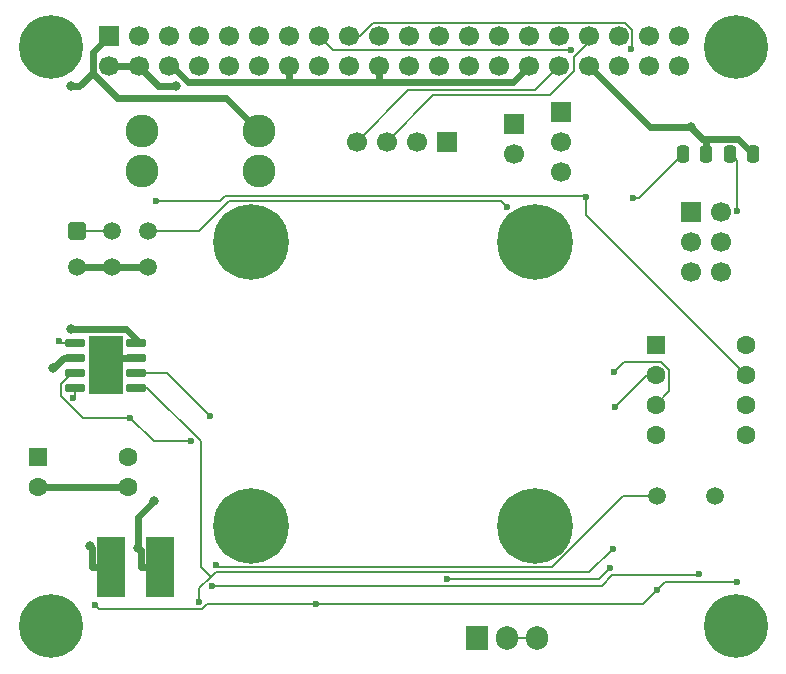
<source format=gtl>
%TF.GenerationSoftware,KiCad,Pcbnew,9.0.7*%
%TF.CreationDate,2026-02-04T17:23:19-06:00*%
%TF.ProjectId,power-hat,706f7765-722d-4686-9174-2e6b69636164,rev?*%
%TF.SameCoordinates,Original*%
%TF.FileFunction,Copper,L1,Top*%
%TF.FilePolarity,Positive*%
%FSLAX46Y46*%
G04 Gerber Fmt 4.6, Leading zero omitted, Abs format (unit mm)*
G04 Created by KiCad (PCBNEW 9.0.7) date 2026-02-04 17:23:19*
%MOMM*%
%LPD*%
G01*
G04 APERTURE LIST*
G04 Aperture macros list*
%AMRoundRect*
0 Rectangle with rounded corners*
0 $1 Rounding radius*
0 $2 $3 $4 $5 $6 $7 $8 $9 X,Y pos of 4 corners*
0 Add a 4 corners polygon primitive as box body*
4,1,4,$2,$3,$4,$5,$6,$7,$8,$9,$2,$3,0*
0 Add four circle primitives for the rounded corners*
1,1,$1+$1,$2,$3*
1,1,$1+$1,$4,$5*
1,1,$1+$1,$6,$7*
1,1,$1+$1,$8,$9*
0 Add four rect primitives between the rounded corners*
20,1,$1+$1,$2,$3,$4,$5,0*
20,1,$1+$1,$4,$5,$6,$7,0*
20,1,$1+$1,$6,$7,$8,$9,0*
20,1,$1+$1,$8,$9,$2,$3,0*%
G04 Aperture macros list end*
%TA.AperFunction,SMDPad,CuDef*%
%ADD10RoundRect,0.150000X-0.737500X-0.150000X0.737500X-0.150000X0.737500X0.150000X-0.737500X0.150000X0*%
%TD*%
%TA.AperFunction,HeatsinkPad*%
%ADD11C,0.500000*%
%TD*%
%TA.AperFunction,HeatsinkPad*%
%ADD12R,2.950000X4.900000*%
%TD*%
%TA.AperFunction,ComponentPad*%
%ADD13C,5.400000*%
%TD*%
%TA.AperFunction,ComponentPad*%
%ADD14R,1.700000X1.700000*%
%TD*%
%TA.AperFunction,ComponentPad*%
%ADD15C,1.700000*%
%TD*%
%TA.AperFunction,SMDPad,CuDef*%
%ADD16R,2.350000X5.100000*%
%TD*%
%TA.AperFunction,SMDPad,CuDef*%
%ADD17RoundRect,0.250000X-0.250000X-0.475000X0.250000X-0.475000X0.250000X0.475000X-0.250000X0.475000X0*%
%TD*%
%TA.AperFunction,ComponentPad*%
%ADD18C,6.400000*%
%TD*%
%TA.AperFunction,ComponentPad*%
%ADD19C,1.500000*%
%TD*%
%TA.AperFunction,ComponentPad*%
%ADD20C,2.780000*%
%TD*%
%TA.AperFunction,ComponentPad*%
%ADD21R,1.905000X2.000000*%
%TD*%
%TA.AperFunction,ComponentPad*%
%ADD22O,1.905000X2.000000*%
%TD*%
%TA.AperFunction,ComponentPad*%
%ADD23RoundRect,0.250000X-0.550000X-0.550000X0.550000X-0.550000X0.550000X0.550000X-0.550000X0.550000X0*%
%TD*%
%TA.AperFunction,ComponentPad*%
%ADD24C,1.600000*%
%TD*%
%TA.AperFunction,ComponentPad*%
%ADD25RoundRect,0.250001X-0.499999X-0.499999X0.499999X-0.499999X0.499999X0.499999X-0.499999X0.499999X0*%
%TD*%
%TA.AperFunction,ViaPad*%
%ADD26C,0.800000*%
%TD*%
%TA.AperFunction,ViaPad*%
%ADD27C,0.600000*%
%TD*%
%TA.AperFunction,Conductor*%
%ADD28C,0.600000*%
%TD*%
%TA.AperFunction,Conductor*%
%ADD29C,0.200000*%
%TD*%
G04 APERTURE END LIST*
D10*
%TO.P,U1,1,BOOT*%
%TO.N,/U1_BOOT*%
X101375000Y-82500000D03*
%TO.P,U1,2,VIN*%
%TO.N,12V_FUSED*%
X101375000Y-83770000D03*
%TO.P,U1,3,EN*%
%TO.N,12V_IGN*%
X101375000Y-85040000D03*
%TO.P,U1,4,RT/CLK*%
%TO.N,/RT_CLK*%
X101375000Y-86310000D03*
%TO.P,U1,5,FB*%
%TO.N,/U1_FB*%
X106500000Y-86310000D03*
%TO.P,U1,6,COMP*%
%TO.N,/U1_COMP*%
X106500000Y-85040000D03*
%TO.P,U1,7,GND*%
%TO.N,GND*%
X106500000Y-83770000D03*
%TO.P,U1,8,SW*%
%TO.N,/U1_SW*%
X106500000Y-82500000D03*
D11*
%TO.P,U1,9,GND*%
%TO.N,GND*%
X103287500Y-83105000D03*
X103287500Y-84405000D03*
X103287500Y-85705000D03*
D12*
X103937500Y-84405000D03*
D11*
X104587500Y-83105000D03*
X104587500Y-84405000D03*
X104587500Y-85705000D03*
%TD*%
D13*
%TO.P,H1,1*%
%TO.N,N/C*%
X99280000Y-57500000D03*
%TD*%
%TO.P,H2,1*%
%TO.N,N/C*%
X157280000Y-57500000D03*
%TD*%
D14*
%TO.P,J3,1,Pin_1*%
%TO.N,unconnected-(J3-Pin_1-Pad1)*%
X153500000Y-71420000D03*
D15*
%TO.P,J3,2,Pin_2*%
%TO.N,unconnected-(J3-Pin_2-Pad2)*%
X156040000Y-71420000D03*
%TO.P,J3,3,Pin_3*%
%TO.N,unconnected-(J3-Pin_3-Pad3)*%
X153500000Y-73960000D03*
%TO.P,J3,4,Pin_4*%
%TO.N,unconnected-(J3-Pin_4-Pad4)*%
X156040000Y-73960000D03*
%TO.P,J3,5,Pin_5*%
%TO.N,unconnected-(J3-Pin_5-Pad5)*%
X153500000Y-76500000D03*
%TO.P,J3,6,Pin_6*%
%TO.N,unconnected-(J3-Pin_6-Pad6)*%
X156040000Y-76500000D03*
%TD*%
D16*
%TO.P,L1,1,1*%
%TO.N,/U1_SW*%
X104425000Y-101500000D03*
%TO.P,L1,2,2*%
%TO.N,+5V*%
X108575000Y-101500000D03*
%TD*%
D13*
%TO.P,H3,1*%
%TO.N,N/C*%
X99280000Y-106500000D03*
%TD*%
D14*
%TO.P,JP1,1,Pin_1*%
%TO.N,unconnected-(JP1-Pin_1-Pad1)*%
X138500000Y-64000000D03*
D15*
%TO.P,JP1,2,Pin_2*%
%TO.N,unconnected-(JP1-Pin_2-Pad2)*%
X138500000Y-66540000D03*
%TD*%
D17*
%TO.P,C11,1*%
%TO.N,XTAL2*%
X156830000Y-66500000D03*
%TO.P,C11,2*%
%TO.N,GND*%
X158730000Y-66500000D03*
%TD*%
D13*
%TO.P,H4,1*%
%TO.N,N/C*%
X157280000Y-106500000D03*
%TD*%
D18*
%TO.P,FH1,1*%
%TO.N,N/C*%
X116280000Y-74000000D03*
%TD*%
D17*
%TO.P,C10,1*%
%TO.N,XTAL1*%
X152830000Y-66500000D03*
%TO.P,C10,2*%
%TO.N,GND*%
X154730000Y-66500000D03*
%TD*%
D19*
%TO.P,Y1,1,1*%
%TO.N,XTAL1*%
X150620000Y-95500000D03*
%TO.P,Y1,2,2*%
%TO.N,XTAL2*%
X155500000Y-95500000D03*
%TD*%
D18*
%TO.P,FH2,1*%
%TO.N,N/C*%
X140280000Y-74000000D03*
%TD*%
D20*
%TO.P,F1,1*%
%TO.N,12V_IGN*%
X107040000Y-64600000D03*
X107040000Y-68000000D03*
%TO.P,F1,2*%
%TO.N,12V_FUSED*%
X116960000Y-64600000D03*
X116960000Y-68000000D03*
%TD*%
D14*
%TO.P,J2,1,Pin_1*%
%TO.N,12V_FUSED*%
X104209500Y-56567700D03*
D15*
%TO.P,J2,2,Pin_2*%
%TO.N,+5V*%
X104209500Y-59107700D03*
%TO.P,J2,3,Pin_3*%
%TO.N,unconnected-(J2-Pin_3-Pad3)*%
X106749500Y-56567700D03*
%TO.P,J2,4,Pin_4*%
%TO.N,+5V*%
X106749500Y-59107700D03*
%TO.P,J2,5,Pin_5*%
%TO.N,unconnected-(J2-Pin_5-Pad5)*%
X109289500Y-56567700D03*
%TO.P,J2,6,Pin_6*%
%TO.N,GND*%
X109289500Y-59107700D03*
%TO.P,J2,7,Pin_7*%
%TO.N,unconnected-(J2-Pin_7-Pad7)*%
X111829500Y-56567700D03*
%TO.P,J2,8,Pin_8*%
%TO.N,unconnected-(J2-Pin_8-Pad8)*%
X111829500Y-59107700D03*
%TO.P,J2,9,Pin_9*%
%TO.N,GND*%
X114369500Y-56567700D03*
%TO.P,J2,10,Pin_10*%
%TO.N,unconnected-(J2-Pin_10-Pad10)*%
X114369500Y-59107700D03*
%TO.P,J2,11,Pin_11*%
%TO.N,unconnected-(J2-Pin_11-Pad11)*%
X116909500Y-56567700D03*
%TO.P,J2,12,Pin_12*%
%TO.N,unconnected-(J2-Pin_12-Pad12)*%
X116909500Y-59107700D03*
%TO.P,J2,13,Pin_13*%
%TO.N,unconnected-(J2-Pin_13-Pad13)*%
X119449500Y-56567700D03*
%TO.P,J2,14,Pin_14*%
%TO.N,GND*%
X119449500Y-59107700D03*
%TO.P,J2,15,Pin_15*%
%TO.N,SHUTDOWN_REQ*%
X121989500Y-56567700D03*
%TO.P,J2,16,Pin_16*%
%TO.N,unconnected-(J2-Pin_16-Pad16)*%
X121989500Y-59107700D03*
%TO.P,J2,17,Pin_17*%
%TO.N,+3.3V*%
X124529500Y-56567700D03*
%TO.P,J2,18,Pin_18*%
%TO.N,unconnected-(J2-Pin_18-Pad18)*%
X124529500Y-59107700D03*
%TO.P,J2,19,Pin_19*%
%TO.N,unconnected-(J2-Pin_19-Pad19)*%
X127069500Y-56567700D03*
%TO.P,J2,20,Pin_20*%
%TO.N,GND*%
X127069500Y-59107700D03*
%TO.P,J2,21,Pin_21*%
%TO.N,unconnected-(J2-Pin_21-Pad21)*%
X129609500Y-56567700D03*
%TO.P,J2,22,Pin_22*%
%TO.N,unconnected-(J2-Pin_22-Pad22)*%
X129609500Y-59107700D03*
%TO.P,J2,23,Pin_23*%
%TO.N,unconnected-(J2-Pin_23-Pad23)*%
X132149500Y-56567700D03*
%TO.P,J2,24,Pin_24*%
%TO.N,unconnected-(J2-Pin_24-Pad24)*%
X132149500Y-59107700D03*
%TO.P,J2,25,Pin_25*%
%TO.N,GND*%
X134689500Y-56567700D03*
%TO.P,J2,26,Pin_26*%
%TO.N,unconnected-(J2-Pin_26-Pad26)*%
X134689500Y-59107700D03*
%TO.P,J2,27,Pin_27*%
%TO.N,unconnected-(J2-Pin_27-Pad27)*%
X137229500Y-56567700D03*
%TO.P,J2,28,Pin_28*%
%TO.N,unconnected-(J2-Pin_28-Pad28)*%
X137229500Y-59107700D03*
%TO.P,J2,29,Pin_29*%
%TO.N,unconnected-(J2-Pin_29-Pad29)*%
X139769500Y-56567700D03*
%TO.P,J2,30,Pin_30*%
%TO.N,GND*%
X139769500Y-59107700D03*
%TO.P,J2,31,Pin_31*%
%TO.N,unconnected-(J2-Pin_31-Pad31)*%
X142309500Y-56567700D03*
%TO.P,J2,32,Pin_32*%
%TO.N,FAN_PWM*%
X142309500Y-59107700D03*
%TO.P,J2,33,Pin_33*%
%TO.N,FAN_TACH*%
X144849500Y-56567700D03*
%TO.P,J2,34,Pin_34*%
%TO.N,GND*%
X144849500Y-59107700D03*
%TO.P,J2,35,Pin_35*%
%TO.N,unconnected-(J2-Pin_35-Pad35)*%
X147389500Y-56567700D03*
%TO.P,J2,36,Pin_36*%
%TO.N,unconnected-(J2-Pin_36-Pad36)*%
X147389500Y-59107700D03*
%TO.P,J2,37,Pin_37*%
%TO.N,unconnected-(J2-Pin_37-Pad37)*%
X149929500Y-56567700D03*
%TO.P,J2,38,Pin_38*%
%TO.N,unconnected-(J2-Pin_38-Pad38)*%
X149929500Y-59107700D03*
%TO.P,J2,39,Pin_39*%
%TO.N,GND*%
X152469500Y-56567700D03*
%TO.P,J2,40,Pin_40*%
%TO.N,unconnected-(J2-Pin_40-Pad40)*%
X152469500Y-59107700D03*
%TD*%
D18*
%TO.P,FH3,1*%
%TO.N,N/C*%
X116280000Y-98000000D03*
%TD*%
%TO.P,FH4,1*%
%TO.N,N/C*%
X140280000Y-98000000D03*
%TD*%
D14*
%TO.P,JP2,1,Pin_1*%
%TO.N,unconnected-(JP2-Pin_1-Pad1)*%
X142500000Y-63000000D03*
D15*
%TO.P,JP2,2,Pin_2*%
%TO.N,unconnected-(JP2-Pin_2-Pad2)*%
X142500000Y-65540000D03*
%TO.P,JP2,3,Pin_3*%
%TO.N,unconnected-(JP2-Pin_3-Pad3)*%
X142500000Y-68080000D03*
%TD*%
D21*
%TO.P,Q1,1,G*%
%TO.N,/Q1_GATE*%
X135420000Y-107500000D03*
D22*
%TO.P,Q1,2,D*%
%TO.N,12V_SWITCHED*%
X137960000Y-107500000D03*
%TO.P,Q1,3,S*%
X140500000Y-107500000D03*
%TD*%
D14*
%TO.P,J4,1,Pin_1*%
%TO.N,GND*%
X132810000Y-65500000D03*
D15*
%TO.P,J4,2,Pin_2*%
%TO.N,FAN+*%
X130270000Y-65500000D03*
%TO.P,J4,3,Pin_3*%
%TO.N,FAN_TACH*%
X127730000Y-65500000D03*
%TO.P,J4,4,Pin_4*%
%TO.N,FAN_PWM*%
X125190000Y-65500000D03*
%TD*%
D23*
%TO.P,U3,1,~{RESET}/PB5*%
%TO.N,RESET*%
X150500000Y-82690000D03*
D24*
%TO.P,U3,2,XTAL1/PB3*%
%TO.N,GATE_CTRL*%
X150500000Y-85230000D03*
%TO.P,U3,3,XTAL2/PB4*%
%TO.N,SHUTDOWN_REQ*%
X150500000Y-87770000D03*
%TO.P,U3,4,GND*%
%TO.N,GND*%
X150500000Y-90310000D03*
%TO.P,U3,5,AREF/PB0*%
%TO.N,HEARTBEAT_LED*%
X158120000Y-90310000D03*
%TO.P,U3,6,PB1*%
%TO.N,TIMER_LED*%
X158120000Y-87770000D03*
%TO.P,U3,7,PB2*%
%TO.N,IGN_DETECT*%
X158120000Y-85230000D03*
%TO.P,U3,8,VCC*%
%TO.N,+3.3V*%
X158120000Y-82690000D03*
%TD*%
D25*
%TO.P,J1,1,Pin_1*%
%TO.N,12V_IGN*%
X101500000Y-73060000D03*
D19*
%TO.P,J1,2,Pin_2*%
X104500000Y-73060000D03*
%TO.P,J1,3,Pin_3*%
%TO.N,12V_ACC*%
X107500000Y-73060000D03*
%TO.P,J1,4,Pin_4*%
%TO.N,GND*%
X101500000Y-76060000D03*
%TO.P,J1,5,Pin_5*%
X104500000Y-76060000D03*
%TO.P,J1,6,Pin_6*%
X107500000Y-76060000D03*
%TD*%
D23*
%TO.P,U2,1*%
%TO.N,GND*%
X98195000Y-92225000D03*
D24*
%TO.P,U2,2*%
X98195000Y-94765000D03*
%TO.P,U2,3*%
X105815000Y-94765000D03*
%TO.P,U2,4*%
%TO.N,IGN_DETECT*%
X105815000Y-92225000D03*
%TD*%
D26*
%TO.N,GND*%
X153472200Y-64252500D03*
D27*
%TO.N,+3.3V*%
X121737000Y-104670800D03*
X150643600Y-103455100D03*
X157431600Y-102794200D03*
X103050700Y-104729100D03*
X148446300Y-57651000D03*
D26*
%TO.N,+5V*%
X108014100Y-95936100D03*
X109907400Y-60771600D03*
X106699200Y-99882800D03*
D27*
%TO.N,IGN_DETECT*%
X108188600Y-70483100D03*
X144622900Y-70144800D03*
%TO.N,XTAL1*%
X113253500Y-101333600D03*
X148561400Y-70219200D03*
%TO.N,XTAL2*%
X157403900Y-71357600D03*
D26*
%TO.N,12V_FUSED*%
X101041700Y-60815500D03*
X99516500Y-84641200D03*
D27*
%TO.N,/U1_BOOT*%
X99975500Y-82405300D03*
D26*
%TO.N,/U1_SW*%
X102626400Y-99747300D03*
X101047200Y-81360200D03*
D27*
%TO.N,12V_ACC*%
X137957300Y-71009300D03*
%TO.N,SHUTDOWN_REQ*%
X146961300Y-84957800D03*
X143311300Y-57759700D03*
%TO.N,GATE_CTRL*%
X146664700Y-101617000D03*
X147051600Y-87915700D03*
X132842500Y-102530500D03*
%TO.N,/U1_FB*%
X111875000Y-104425800D03*
X146862400Y-99957700D03*
%TO.N,/U1_COMP*%
X112805400Y-88739300D03*
%TO.N,/RT_CLK*%
X101203400Y-87201400D03*
%TO.N,12V_IGN*%
X111189500Y-90873600D03*
X106007800Y-88848900D03*
X154159500Y-102107800D03*
X112934100Y-103118500D03*
%TD*%
D28*
%TO.N,GND*%
X101500000Y-76060000D02*
X104500000Y-76060000D01*
X157457000Y-65227000D02*
X154730000Y-65227000D01*
X104587500Y-84405000D02*
X105222500Y-83770000D01*
X107500000Y-76060000D02*
X104500000Y-76060000D01*
X104587500Y-84405000D02*
X103937500Y-84405000D01*
X154730000Y-65227000D02*
X154446700Y-65227000D01*
X103287500Y-84405000D02*
X103937500Y-84405000D01*
X154446700Y-65227000D02*
X153472200Y-64252500D01*
X119449500Y-59107700D02*
X119449500Y-60465400D01*
X109569100Y-59107700D02*
X109289500Y-59107700D01*
X105815000Y-94765000D02*
X98195000Y-94765000D01*
X153472200Y-64252500D02*
X149994300Y-64252500D01*
X139769500Y-59107700D02*
X138411800Y-60465400D01*
X105222500Y-83770000D02*
X106500000Y-83770000D01*
X127069500Y-60465400D02*
X119449500Y-60465400D01*
X110926800Y-60465400D02*
X109569100Y-59107700D01*
X138411800Y-60465400D02*
X127069500Y-60465400D01*
X158730000Y-66500000D02*
X157457000Y-65227000D01*
X103287500Y-83105000D02*
X104587500Y-83105000D01*
X149994300Y-64252500D02*
X144849500Y-59107700D01*
X127069500Y-59107700D02*
X127069500Y-60465400D01*
X154730000Y-65227000D02*
X154730000Y-66500000D01*
X119449500Y-60465400D02*
X110926800Y-60465400D01*
D29*
%TO.N,+3.3V*%
X148541200Y-56057700D02*
X148541200Y-57556100D01*
X112480800Y-104670900D02*
X112480800Y-104670800D01*
X112124200Y-105027500D02*
X112480800Y-104670900D01*
X147885700Y-55402200D02*
X148541200Y-56057700D01*
X124529500Y-56567700D02*
X125440800Y-56567700D01*
X121737000Y-104670800D02*
X149427900Y-104670800D01*
X151304500Y-102794200D02*
X150643600Y-103455100D01*
X149427900Y-104670800D02*
X150643600Y-103455100D01*
X103349100Y-105027500D02*
X112124200Y-105027500D01*
X157431600Y-102794200D02*
X151304500Y-102794200D01*
X148541200Y-57556100D02*
X148446300Y-57651000D01*
X103050700Y-104729100D02*
X103349100Y-105027500D01*
X126606300Y-55402200D02*
X147885700Y-55402200D01*
X112480800Y-104670800D02*
X121737000Y-104670800D01*
X125440800Y-56567700D02*
X126606300Y-55402200D01*
D28*
%TO.N,+5V*%
X108413400Y-60771600D02*
X106749500Y-59107700D01*
X108014100Y-95936100D02*
X106699200Y-97251000D01*
X106699200Y-97251000D02*
X106699200Y-99882800D01*
X109907400Y-60771600D02*
X108413400Y-60771600D01*
X106749500Y-59107700D02*
X104209500Y-59107700D01*
X106898300Y-100081900D02*
X106699200Y-99882800D01*
X108575000Y-101500000D02*
X106898300Y-101500000D01*
X106898300Y-101500000D02*
X106898300Y-100081900D01*
D29*
%TO.N,IGN_DETECT*%
X144622900Y-70144800D02*
X144559500Y-70081400D01*
X113616500Y-70481600D02*
X108190100Y-70481600D01*
X158120000Y-85230000D02*
X144622900Y-71732900D01*
X114016700Y-70081400D02*
X113781300Y-70316800D01*
X108190100Y-70481600D02*
X108188600Y-70483100D01*
X113781300Y-70316800D02*
X113616500Y-70481600D01*
X113781300Y-70316800D02*
X113616500Y-70481600D01*
X144559500Y-70081400D02*
X114016700Y-70081400D01*
X144622900Y-71732900D02*
X144622900Y-70144800D01*
%TO.N,XTAL1*%
X149110800Y-70219200D02*
X148561400Y-70219200D01*
X152830000Y-66500000D02*
X149110800Y-70219200D01*
X141705100Y-101527100D02*
X113447000Y-101527100D01*
X113447000Y-101527100D02*
X113253500Y-101333600D01*
X150620000Y-95500000D02*
X147732200Y-95500000D01*
X147732200Y-95500000D02*
X141705100Y-101527100D01*
%TO.N,XTAL2*%
X157403900Y-67073900D02*
X157403900Y-71357600D01*
X156830000Y-66500000D02*
X157403900Y-67073900D01*
D28*
%TO.N,12V_FUSED*%
X102846000Y-57931200D02*
X102846000Y-59670500D01*
X100387700Y-83770000D02*
X101375000Y-83770000D01*
X104936400Y-61760900D02*
X114120900Y-61760900D01*
X101041700Y-60815500D02*
X101701000Y-60815500D01*
X99516500Y-84641200D02*
X100387700Y-83770000D01*
X114120900Y-61760900D02*
X116960000Y-64600000D01*
X104209500Y-56567700D02*
X102846000Y-57931200D01*
X102846000Y-59670500D02*
X104936400Y-61760900D01*
X101701000Y-60815500D02*
X102846000Y-59670500D01*
D29*
%TO.N,/U1_BOOT*%
X100070200Y-82500000D02*
X99975500Y-82405300D01*
X101375000Y-82500000D02*
X100070200Y-82500000D01*
D28*
%TO.N,/U1_SW*%
X102748300Y-99869200D02*
X102748300Y-101500000D01*
X104425000Y-101500000D02*
X102748300Y-101500000D01*
X102626400Y-99747300D02*
X102748300Y-99869200D01*
X106500000Y-82238700D02*
X105621500Y-81360200D01*
X106500000Y-82500000D02*
X106500000Y-82238700D01*
X105621500Y-81360200D02*
X101047200Y-81360200D01*
D29*
%TO.N,12V_ACC*%
X114383200Y-70483100D02*
X111806300Y-73060000D01*
X137957300Y-71009300D02*
X137431100Y-70483100D01*
X137431100Y-70483100D02*
X114383200Y-70483100D01*
X111806300Y-73060000D02*
X107500000Y-73060000D01*
%TO.N,FAN_TACH*%
X143579500Y-59498500D02*
X143579500Y-58342400D01*
X127730000Y-65500000D02*
X131674700Y-61555300D01*
X141522700Y-61555300D02*
X143579500Y-59498500D01*
X144849500Y-57072400D02*
X144849500Y-56567700D01*
X131674700Y-61555300D02*
X141522700Y-61555300D01*
X143579500Y-58342400D02*
X144849500Y-57072400D01*
%TO.N,SHUTDOWN_REQ*%
X147797400Y-84121700D02*
X146961300Y-84957800D01*
X150973400Y-84121700D02*
X147797400Y-84121700D01*
X151639100Y-86630900D02*
X151639100Y-84787400D01*
X123181500Y-57759700D02*
X121989500Y-56567700D01*
X143311300Y-57759700D02*
X123181500Y-57759700D01*
X151639100Y-84787400D02*
X150973400Y-84121700D01*
X150500000Y-87770000D02*
X151639100Y-86630900D01*
%TO.N,12V_SWITCHED*%
X137960000Y-107500000D02*
X140500000Y-107500000D01*
%TO.N,GATE_CTRL*%
X146664700Y-101617000D02*
X146486800Y-101617000D01*
X149737300Y-85230000D02*
X147051600Y-87915700D01*
X145751200Y-102530500D02*
X132842500Y-102530500D01*
X146486800Y-101617000D02*
X146664700Y-101617000D01*
X146664700Y-101617000D02*
X145751200Y-102530500D01*
X150500000Y-85230000D02*
X149737300Y-85230000D01*
%TO.N,FAN_PWM*%
X142309500Y-59107700D02*
X140303100Y-61114100D01*
X140303100Y-61114100D02*
X129575900Y-61114100D01*
X129575900Y-61114100D02*
X125190000Y-65500000D01*
%TO.N,/U1_FB*%
X113247700Y-101942600D02*
X113119000Y-102071300D01*
X113119000Y-102071300D02*
X112845150Y-102345150D01*
X112845150Y-102345150D02*
X111875000Y-103315300D01*
X112000000Y-101500000D02*
X112000000Y-90834157D01*
X132579600Y-101942600D02*
X113247700Y-101942600D01*
X146862400Y-99957700D02*
X144891300Y-101928800D01*
X132593400Y-101928800D02*
X132579600Y-101942600D01*
X112845150Y-102345150D02*
X112000000Y-101500000D01*
X144891300Y-101928800D02*
X132593400Y-101928800D01*
X111875000Y-103315300D02*
X111875000Y-104425800D01*
X107475843Y-86310000D02*
X106500000Y-86310000D01*
X112000000Y-90834157D02*
X107475843Y-86310000D01*
%TO.N,/U1_COMP*%
X106500000Y-85040000D02*
X109106100Y-85040000D01*
X109106100Y-85040000D02*
X112805400Y-88739300D01*
%TO.N,/RT_CLK*%
X101203400Y-87201400D02*
X101375000Y-87029800D01*
X101375000Y-87029800D02*
X101375000Y-86310000D01*
%TO.N,12V_IGN*%
X101989700Y-88848900D02*
X100137600Y-86996800D01*
X101098800Y-85040000D02*
X101375000Y-85040000D01*
X154076300Y-102191000D02*
X154159500Y-102107800D01*
X101500000Y-73060000D02*
X104500000Y-73060000D01*
X146837500Y-102218700D02*
X154048600Y-102218700D01*
X112947800Y-103132200D02*
X112934100Y-103118500D01*
X112934100Y-103118500D02*
X112947800Y-103132200D01*
X106007800Y-88848900D02*
X101989700Y-88848900D01*
X154159500Y-102107800D02*
X154076300Y-102191000D01*
X145924000Y-103132200D02*
X146837500Y-102218700D01*
X111189500Y-90873600D02*
X108032500Y-90873600D01*
X100137600Y-86996800D02*
X100137600Y-86001200D01*
X100137600Y-86001200D02*
X101098800Y-85040000D01*
X154048600Y-102218700D02*
X154159500Y-102107800D01*
X112934100Y-103118500D02*
X112947800Y-103132200D01*
X112947800Y-103132200D02*
X145924000Y-103132200D01*
X108032500Y-90873600D02*
X106007800Y-88848900D01*
%TD*%
M02*

</source>
